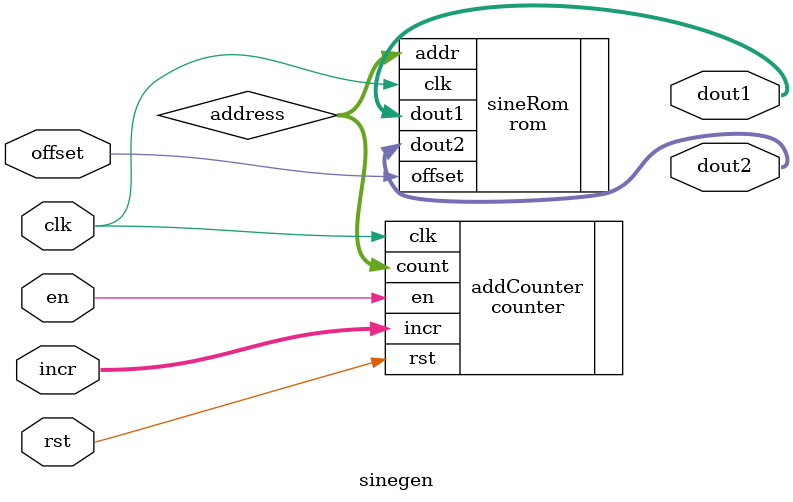
<source format=sv>
module sinegen #(
    parameter  A_WIDTH = 8,
               D_WIDTH = 8
)(
    // interface signals
    input  logic                  clk,     //clock
    input  logic                  rst,     //reset
    input  logic                  en,      //enable
    input  logic                  offset,
    input  logic  [D_WIDTH-1:0]   incr,    // increment for addr counter
    output logic  [D_WIDTH-1:0]   dout1,     // output data
    output logic  [D_WIDTH-1:0]   dout2     // output data
);

    logic   [A_WIDTH-1:0]         address;  //interconnect wire

counter addCounter (
    .clk(clk),
    .rst(rst),
    .en(en),
    .incr(incr),
    .count(address)
);

rom sineRom(
    .clk(clk),
    .addr(address),
    .offset(offset),
    .dout1(dout1),
    .dout2(dout2)
);

endmodule

</source>
